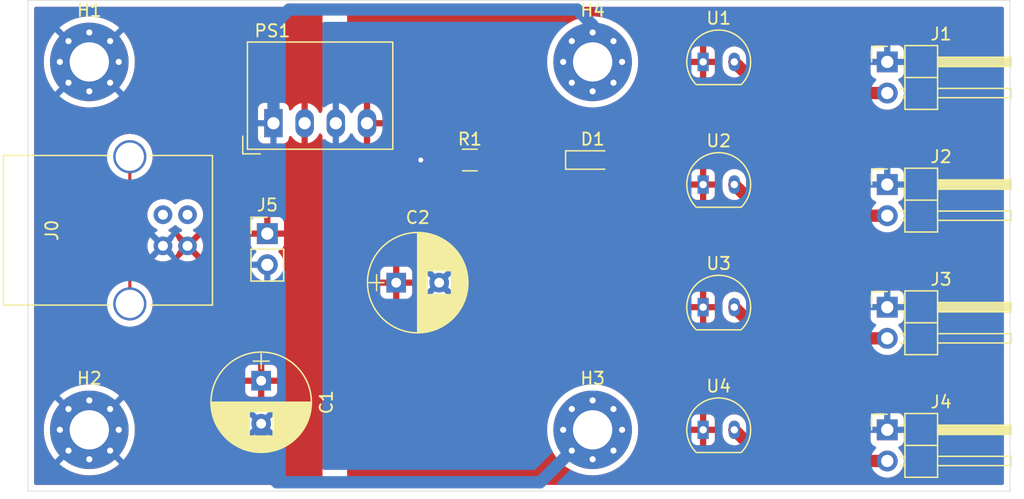
<source format=kicad_pcb>
(kicad_pcb (version 20211014) (generator pcbnew)
  (layers (0 "F.Cu" signal) (31 "B.Cu" signal) (34 "B.Paste" user) (35 "F.Paste" user) (36 "B.SilkS" user "B.Silkscreen") (37 "F.SilkS" user "F.Silkscreen") (38 "B.Mask" user) (39 "F.Mask" user) (44 "Edge.Cuts" user))
  (net 0 "")
  (net 1 "+5V")
  (net 2 "GND1")
  (net 3 "+24V")
  (net 4 "GND")
  (net 5 "Net-(D1-Pad1)")
  (net 6 "Net-(J1-Pad2)")
  (net 7 "Net-(J2-Pad2)")
  (net 8 "Net-(J3-Pad2)")
  (net 9 "Net-(J4-Pad2)")
  (net 12 "unconnected-(J0-Pad5)")
  (footprint "Capacitors_THT:CP_Radial_D8.0mm_P3.50mm" (layer "F.Cu") (at 99 106 -90)
    (fp_text reference "C1" (at 1.75 -5.31 90) (layer "F.SilkS"))
    (fp_text value "CP1_Small")
    (fp_line (start 4.231 0.98) (end 4.231 3.213) (layer "F.SilkS") (width 0.12))
    (fp_line (start 3.071 -3.832) (end 3.071 -0.98) (layer "F.SilkS") (width 0.12))
    (fp_line (start 5.351 -1.902) (end 5.351 1.902) (layer "F.SilkS") (width 0.12))
    (fp_line (start 2.27 -4.017) (end 2.27 4.017) (layer "F.SilkS") (width 0.12))
    (fp_line (start 3.871 0.98) (end 3.871 3.458) (layer "F.SilkS") (width 0.12))
    (fp_line (start 3.151 0.98) (end 3.151 3.803) (layer "F.SilkS") (width 0.12))
    (fp_line (start 1.75 -4.05) (end 1.75 4.05) (layer "F.SilkS") (width 0.12))
    (fp_line (start 2.511 -3.979) (end 2.511 3.979) (layer "F.SilkS") (width 0.12))
    (fp_line (start 3.911 -3.434) (end 3.911 -0.98) (layer "F.SilkS") (width 0.12))
    (fp_line (start 2.671 -3.946) (end 2.671 -0.98) (layer "F.SilkS") (width 0.12))
    (fp_line (start 2.31 -4.012) (end 2.31 4.012) (layer "F.SilkS") (width 0.12))
    (fp_line (start 3.271 0.98) (end 3.271 3.758) (layer "F.SilkS") (width 0.12))
    (fp_line (start 2.15 -4.031) (end 2.15 4.031) (layer "F.SilkS") (width 0.12))
    (fp_line (start 3.071 0.98) (end 3.071 3.832) (layer "F.SilkS") (width 0.12))
    (fp_line (start 1.83 -4.05) (end 1.83 4.05) (layer "F.SilkS") (width 0.12))
    (fp_line (start 3.551 -3.633) (end 3.551 -0.98) (layer "F.SilkS") (width 0.12))
    (fp_line (start 3.351 -3.725) (end 3.351 -0.98) (layer "F.SilkS") (width 0.12))
    (fp_line (start 4.391 -3.084) (end 4.391 -0.98) (layer "F.SilkS") (width 0.12))
    (fp_line (start 1.95 -4.046) (end 1.95 4.046) (layer "F.SilkS") (width 0.12))
    (fp_line (start 3.191 0.98) (end 3.191 3.789) (layer "F.SilkS") (width 0.12))
    (fp_line (start 3.511 0.98) (end 3.511 3.652) (layer "F.SilkS") (width 0.12))
    (fp_line (start 4.031 -3.356) (end 4.031 -0.98) (layer "F.SilkS") (width 0.12))
    (fp_line (start 3.271 -3.758) (end 3.271 -0.98) (layer "F.SilkS") (width 0.12))
    (fp_line (start 3.791 -3.505) (end 3.791 -0.98) (layer "F.SilkS") (width 0.12))
    (fp_line (start 3.351 0.98) (end 3.351 3.725) (layer "F.SilkS") (width 0.12))
    (fp_line (start 5.671 -1.127) (end 5.671 1.127) (layer "F.SilkS") (width 0.12))
    (fp_line (start 3.591 0.98) (end 3.591 3.613) (layer "F.SilkS") (width 0.12))
    (fp_line (start 4.751 -2.74) (end 4.751 2.74) (layer "F.SilkS") (width 0.12))
    (fp_line (start 3.831 0.98) (end 3.831 3.482) (layer "F.SilkS") (width 0.12))
    (fp_line (start 2.23 -4.022) (end 2.23 4.022) (layer "F.SilkS") (width 0.12))
    (fp_line (start 4.391 0.98) (end 4.391 3.084) (layer "F.SilkS") (width 0.12))
    (fp_line (start 4.031 0.98) (end 4.031 3.356) (layer "F.SilkS") (width 0.12))
    (fp_line (start 3.871 -3.458) (end 3.871 -0.98) (layer "F.SilkS") (width 0.12))
    (fp_line (start 2.791 0.98) (end 2.791 3.916) (layer "F.SilkS") (width 0.12))
    (fp_line (start 5.031 -2.404) (end 5.031 2.404) (layer "F.SilkS") (width 0.12))
    (fp_line (start 3.671 -3.572) (end 3.671 -0.98) (layer "F.SilkS") (width 0.12))
    (fp_line (start 5.551 -1.473) (end 5.551 1.473) (layer "F.SilkS") (width 0.12))
    (fp_line (start 4.151 -3.272) (end 4.151 -0.98) (layer "F.SilkS") (width 0.12))
    (fp_line (start 2.551 0.98) (end 2.551 3.971) (layer "F.SilkS") (width 0.12))
    (fp_line (start 2.831 0.98) (end 2.831 3.905) (layer "F.SilkS") (width 0.12))
    (fp_line (start 5.791 -0.598) (end 5.791 0.598) (layer "F.SilkS") (width 0.12))
    (fp_line (start 2.591 0.98) (end 2.591 3.963) (layer "F.SilkS") (width 0.12))
    (fp_line (start 1.91 -4.047) (end 1.91 4.047) (layer "F.SilkS") (width 0.12))
    (fp_line (start 4.311 0.98) (end 4.311 3.15) (layer "F.SilkS") (width 0.12))
    (fp_line (start 3.951 0.98) (end 3.951 3.408) (layer "F.SilkS") (width 0.12))
    (fp_line (start 2.871 0.98) (end 2.871 3.894) (layer "F.SilkS") (width 0.12))
    (fp_line (start 2.831 -3.905) (end 2.831 -0.98) (layer "F.SilkS") (width 0.12))
    (fp_line (start 3.551 0.98) (end 3.551 3.633) (layer "F.SilkS") (width 0.12))
    (fp_line (start 5.511 -1.57) (end 5.511 1.57) (layer "F.SilkS") (width 0.12))
    (fp_line (start 2.991 0.98) (end 2.991 3.858) (layer "F.SilkS") (width 0.12))
    (fp_line (start 5.231 -2.109) (end 5.231 2.109) (layer "F.SilkS") (width 0.12))
    (fp_line (start 5.391 -1.826) (end 5.391 1.826) (layer "F.SilkS") (width 0.12))
    (fp_line (start 2.991 -3.858) (end 2.991 -0.98) (layer "F.SilkS") (width 0.12))
    (fp_line (start 2.631 -3.955) (end 2.631 -0.98) (layer "F.SilkS") (width 0.12))
    (fp_line (start 1.87 -4.049) (end 1.87 4.049) (layer "F.SilkS") (width 0.12))
    (fp_line (start 4.511 -2.979) (end 4.511 2.979) (layer "F.SilkS") (width 0.12))
    (fp_line (start 4.471 0.98) (end 4.471 3.015) (layer "F.SilkS") (width 0.12))
    (fp_line (start 4.311 -3.15) (end 4.311 -0.98) (layer "F.SilkS") (width 0.12))
    (fp_line (start 3.711 -3.55) (end 3.711 -0.98) (layer "F.SilkS") (width 0.12))
    (fp_line (start 1.99 -4.043) (end 1.99 4.043) (layer "F.SilkS") (width 0.12))
    (fp_line (start 2.871 -3.894) (end 2.871 -0.98) (layer "F.SilkS") (width 0.12))
    (fp_line (start 4.351 -3.118) (end 4.351 -0.98) (layer "F.SilkS") (width 0.12))
    (fp_line (start 4.271 0.98) (end 4.271 3.182) (layer "F.SilkS") (width 0.12))
    (fp_line (start 3.031 0.98) (end 3.031 3.845) (layer "F.SilkS") (width 0.12))
    (fp_line (start 3.511 -3.652) (end 3.511 -0.98) (layer "F.SilkS") (width 0.12))
    (fp_line (start 2.39 -4) (end 2.39 4) (layer "F.SilkS") (width 0.12))
    (fp_line (start 5.631 -1.254) (end 5.631 1.254) (layer "F.SilkS") (width 0.12))
    (fp_line (start 2.751 0.98) (end 2.751 3.926) (layer "F.SilkS") (width 0.12))
    (fp_line (start 2.671 0.98) (end 2.671 3.946) (layer "F.SilkS") (width 0.12))
    (fp_line (start 4.151 0.98) (end 4.151 3.272) (layer "F.SilkS") (width 0.12))
    (fp_line (start 3.391 0.98) (end 3.391 3.707) (layer "F.SilkS") (width 0.12))
    (fp_line (start 4.351 0.98) (end 4.351 3.118) (layer "F.SilkS") (width 0.12))
    (fp_line (start 4.431 0.98) (end 4.431 3.05) (layer "F.SilkS") (width 0.12))
    (fp_line (start 4.671 -2.824) (end 4.671 2.824) (layer "F.SilkS") (width 0.12))
    (fp_line (start 5.071 -2.349) (end 5.071 2.349) (layer "F.SilkS") (width 0.12))
    (fp_line (start 3.991 0.98) (end 3.991 3.383) (layer "F.SilkS") (width 0.12))
    (fp_line (start 5.191 -2.173) (end 5.191 2.173) (layer "F.SilkS") (width 0.12))
    (fp_line (start 2.631 0.98) (end 2.631 3.955) (layer "F.SilkS") (width 0.12))
    (fp_line (start 2.43 -3.994) (end 2.43 3.994) (layer "F.SilkS") (width 0.12))
    (fp_line (start 2.751 -3.926) (end 2.751 -0.98) (layer "F.SilkS") (width 0.12))
    (fp_line (start 3.631 0.98) (end 3.631 3.593) (layer "F.SilkS") (width 0.12))
    (fp_line (start 3.951 -3.408) (end 3.951 -0.98) (layer "F.SilkS") (width 0.12))
    (fp_line (start 3.471 0.98) (end 3.471 3.671) (layer "F.SilkS") (width 0.12))
    (fp_line (start 5.151 -2.234) (end 5.151 2.234) (layer "F.SilkS") (width 0.12))
    (fp_line (start 2.591 -3.963) (end 2.591 -0.98) (layer "F.SilkS") (width 0.12))
    (fp_line (start 3.151 -3.803) (end 3.151 -0.98) (layer "F.SilkS") (width 0.12))
    (fp_line (start 3.231 -3.773) (end 3.231 -0.98) (layer "F.SilkS") (width 0.12))
    (fp_line (start 4.111 -3.301) (end 4.111 -0.98) (layer "F.SilkS") (width 0.12))
    (fp_line (start 3.111 -3.818) (end 3.111 -0.98) (layer "F.SilkS") (width 0.12))
    (fp_line (start 4.711 -2.783) (end 4.711 2.783) (layer "F.SilkS") (width 0.12))
    (fp_line (start 3.711 0.98) (end 3.711 3.55) (layer "F.SilkS") (width 0.12))
    (fp_line (start 4.991 -2.457) (end 4.991 2.457) (layer "F.SilkS") (width 0.12))
    (fp_line (start 4.831 -2.652) (end 4.831 2.652) (layer "F.SilkS") (width 0.12))
    (fp_line (start 3.391 -3.707) (end 3.391 -0.98) (layer "F.SilkS") (width 0.12))
    (fp_line (start 1.79 -4.05) (end 1.79 4.05) (layer "F.SilkS") (width 0.12))
    (fp_line (start 2.911 -3.883) (end 2.911 -0.98) (layer "F.SilkS") (width 0.12))
    (fp_line (start 3.751 0.98) (end 3.751 3.528) (layer "F.SilkS") (width 0.12))
    (fp_line (start 5.111 -2.293) (end 5.111 2.293) (layer "F.SilkS") (width 0.12))
    (fp_line (start 2.11 -4.035) (end 2.11 4.035) (layer "F.SilkS") (width 0.12))
    (fp_line (start -1.6 -0.65) (end -1.6 0.65) (layer "F.SilkS") (width 0.12))
    (fp_line (start 4.111 0.98) (end 4.111 3.301) (layer "F.SilkS") (width 0.12))
    (fp_line (start 3.111 0.98) (end 3.111 3.818) (layer "F.SilkS") (width 0.12))
    (fp_line (start 2.471 -3.987) (end 2.471 3.987) (layer "F.SilkS") (width 0.12))
    (fp_line (start 4.231 -3.213) (end 4.231 -0.98) (layer "F.SilkS") (width 0.12))
    (fp_line (start 4.591 -2.904) (end 4.591 2.904) (layer "F.SilkS") (width 0.12))
    (fp_line (start 5.591 -1.369) (end 5.591 1.369) (layer "F.SilkS") (width 0.12))
    (fp_line (start 3.231 0.98) (end 3.231 3.773) (layer "F.SilkS") (width 0.12))
    (fp_line (start 3.031 -3.845) (end 3.031 -0.98) (layer "F.SilkS") (width 0.12))
    (fp_line (start 2.35 -4.006) (end 2.35 4.006) (layer "F.SilkS") (width 0.12))
    (fp_line (start 5.831 -0.246) (end 5.831 0.246) (layer "F.SilkS") (width 0.12))
    (fp_line (start 4.071 -3.329) (end 4.071 -0.98) (layer "F.SilkS") (width 0.12))
    (fp_line (start 4.471 -3.015) (end 4.471 -0.98) (layer "F.SilkS") (width 0.12))
    (fp_line (start 3.431 -3.69) (end 3.431 -0.98) (layer "F.SilkS") (width 0.12))
    (fp_line (start 2.551 -3.971) (end 2.551 -0.98) (layer "F.SilkS") (width 0.12))
    (fp_line (start 4.911 -2.557) (end 4.911 2.557) (layer "F.SilkS") (width 0.12))
    (fp_line (start 4.951 -2.508) (end 4.951 2.508) (layer "F.SilkS") (width 0.12))
    (fp_line (start 3.911 0.98) (end 3.911 3.434) (layer "F.SilkS") (width 0.12))
    (fp_line (start 2.791 -3.916) (end 2.791 -0.98) (layer "F.SilkS") (width 0.12))
    (fp_line (start 5.751 -0.814) (end 5.751 0.814) (layer "F.SilkS") (width 0.12))
    (fp_line (start 3.431 0.98) (end 3.431 3.69) (layer "F.SilkS") (width 0.12))
    (fp_line (start 4.551 -2.942) (end 4.551 2.942) (layer "F.SilkS") (width 0.12))
    (fp_line (start 3.671 0.98) (end 3.671 3.572) (layer "F.SilkS") (width 0.12))
    (fp_line (start 4.191 -3.243) (end 4.191 -0.98) (layer "F.SilkS") (width 0.12))
    (fp_line (start 2.711 0.98) (end 2.711 3.936) (layer "F.SilkS") (width 0.12))
    (fp_line (start 4.631 -2.865) (end 4.631 2.865) (layer "F.SilkS") (width 0.12))
    (fp_line (start 2.03 -4.041) (end 2.03 4.041) (layer "F.SilkS") (width 0.12))
    (fp_line (start 5.271 -2.043) (end 5.271 2.043) (layer "F.SilkS") (width 0.12))
    (fp_line (start 2.19 -4.027) (end 2.19 4.027) (layer "F.SilkS") (width 0.12))
    (fp_line (start 4.071 0.98) (end 4.071 3.329) (layer "F.SilkS") (width 0.12))
    (fp_line (start 3.311 -3.741) (end 3.311 -0.98) (layer "F.SilkS") (width 0.12))
    (fp_line (start -2.2 0) (end -1 0) (layer "F.SilkS") (width 0.12))
    (fp_line (start 3.991 -3.383) (end 3.991 -0.98) (layer "F.SilkS") (width 0.12))
    (fp_line (start 4.271 -3.182) (end 4.271 -0.98) (layer "F.SilkS") (width 0.12))
    (fp_line (start 3.831 -3.482) (end 3.831 -0.98) (layer "F.SilkS") (width 0.12))
    (fp_line (start 2.951 0.98) (end 2.951 3.87) (layer "F.SilkS") (width 0.12))
    (fp_line (start 3.191 -3.789) (end 3.191 -0.98) (layer "F.SilkS") (width 0.12))
    (fp_line (start 4.191 0.98) (end 4.191 3.243) (layer "F.SilkS") (width 0.12))
    (fp_line (start 3.631 -3.593) (end 3.631 -0.98) (layer "F.SilkS") (width 0.12))
    (fp_line (start 2.07 -4.038) (end 2.07 4.038) (layer "F.SilkS") (width 0.12))
    (fp_line (start 5.431 -1.745) (end 5.431 1.745) (layer "F.SilkS") (width 0.12))
    (fp_line (start 3.791 0.98) (end 3.791 3.505) (layer "F.SilkS") (width 0.12))
    (fp_line (start 3.751 -3.528) (end 3.751 -0.98) (layer "F.SilkS") (width 0.12))
    (fp_line (start 2.951 -3.87) (end 2.951 -0.98) (layer "F.SilkS") (width 0.12))
    (fp_line (start 3.311 0.98) (end 3.311 3.741) (layer "F.SilkS") (width 0.12))
    (fp_line (start 5.711 -0.983) (end 5.711 0.983) (layer "F.SilkS") (width 0.12))
    (fp_line (start 4.791 -2.697) (end 4.791 2.697) (layer "F.SilkS") (width 0.12))
    (fp_line (start 4.871 -2.605) (end 4.871 2.605) (layer "F.SilkS") (width 0.12))
    (fp_line (start 2.711 -3.936) (end 2.711 -0.98) (layer "F.SilkS") (width 0.12))
    (fp_line (start 3.471 -3.671) (end 3.471 -0.98) (layer "F.SilkS") (width 0.12))
    (fp_line (start 2.911 0.98) (end 2.911 3.883) (layer "F.SilkS") (width 0.12))
    (fp_line (start 4.431 -3.05) (end 4.431 -0.98) (layer "F.SilkS") (width 0.12))
    (fp_line (start 5.471 -1.66) (end 5.471 1.66) (layer "F.SilkS") (width 0.12))
    (fp_line (start 5.311 -1.974) (end 5.311 1.974) (layer "F.SilkS") (width 0.12))
    (fp_line (start 3.591 -3.613) (end 3.591 -0.98) (layer "F.SilkS") (width 0.12))
    (fp_circle (center 1.75 0) (end 5.84 0) (layer "F.SilkS") (width 0.12) (fill none))
    (pad "1" thru_hole rect locked (at 0 0 270) (size 1.6 1.6) (drill 0.8) (layers *.Cu *.Mask) (net 1 "+5V"))
    (pad "2" thru_hole circle locked (at 3.5 0 270) (size 1.6 1.6) (drill 0.8) (layers *.Cu *.Mask) (net 2 "GND1"))
  )
  (footprint "Capacitors_THT:CP_Radial_D8.0mm_P3.50mm" (layer "F.Cu") (at 110 98)
    (fp_text reference "C2" (at 1.75 -5.31) (layer "F.SilkS"))
    (fp_text value "CP1_Small")
    (fp_line (start 4.791 -2.697) (end 4.791 2.697) (layer "F.SilkS") (width 0.12))
    (fp_line (start 4.591 -2.904) (end 4.591 2.904) (layer "F.SilkS") (width 0.12))
    (fp_line (start 1.83 -4.05) (end 1.83 4.05) (layer "F.SilkS") (width 0.12))
    (fp_line (start 4.751 -2.74) (end 4.751 2.74) (layer "F.SilkS") (width 0.12))
    (fp_line (start 1.99 -4.043) (end 1.99 4.043) (layer "F.SilkS") (width 0.12))
    (fp_line (start 4.351 -3.118) (end 4.351 -0.98) (layer "F.SilkS") (width 0.12))
    (fp_line (start 2.43 -3.994) (end 2.43 3.994) (layer "F.SilkS") (width 0.12))
    (fp_line (start 2.35 -4.006) (end 2.35 4.006) (layer "F.SilkS") (width 0.12))
    (fp_line (start 3.231 -3.773) (end 3.231 -0.98) (layer "F.SilkS") (width 0.12))
    (fp_line (start 5.631 -1.254) (end 5.631 1.254) (layer "F.SilkS") (width 0.12))
    (fp_line (start -2.2 0) (end -1 0) (layer "F.SilkS") (width 0.12))
    (fp_line (start 3.311 -3.741) (end 3.311 -0.98) (layer "F.SilkS") (width 0.12))
    (fp_line (start 4.551 -2.942) (end 4.551 2.942) (layer "F.SilkS") (width 0.12))
    (fp_line (start 2.751 -3.926) (end 2.751 -0.98) (layer "F.SilkS") (width 0.12))
    (fp_line (start 2.711 0.98) (end 2.711 3.936) (layer "F.SilkS") (width 0.12))
    (fp_line (start 2.991 0.98) (end 2.991 3.858) (layer "F.SilkS") (width 0.12))
    (fp_line (start 5.591 -1.369) (end 5.591 1.369) (layer "F.SilkS") (width 0.12))
    (fp_line (start -1.6 -0.65) (end -1.6 0.65) (layer "F.SilkS") (width 0.12))
    (fp_line (start 4.151 -3.272) (end 4.151 -0.98) (layer "F.SilkS") (width 0.12))
    (fp_line (start 2.871 0.98) (end 2.871 3.894) (layer "F.SilkS") (width 0.12))
    (fp_line (start 4.031 -3.356) (end 4.031 -0.98) (layer "F.SilkS") (width 0.12))
    (fp_line (start 4.231 -3.213) (end 4.231 -0.98) (layer "F.SilkS") (width 0.12))
    (fp_line (start 2.631 -3.955) (end 2.631 -0.98) (layer "F.SilkS") (width 0.12))
    (fp_line (start 2.951 -3.87) (end 2.951 -0.98) (layer "F.SilkS") (width 0.12))
    (fp_line (start 5.711 -0.983) (end 5.711 0.983) (layer "F.SilkS") (width 0.12))
    (fp_line (start 4.991 -2.457) (end 4.991 2.457) (layer "F.SilkS") (width 0.12))
    (fp_line (start 3.831 -3.482) (end 3.831 -0.98) (layer "F.SilkS") (width 0.12))
    (fp_line (start 4.671 -2.824) (end 4.671 2.824) (layer "F.SilkS") (width 0.12))
    (fp_line (start 3.591 0.98) (end 3.591 3.613) (layer "F.SilkS") (width 0.12))
    (fp_line (start 3.071 0.98) (end 3.071 3.832) (layer "F.SilkS") (width 0.12))
    (fp_line (start 3.751 0.98) (end 3.751 3.528) (layer "F.SilkS") (width 0.12))
    (fp_line (start 4.191 -3.243) (end 4.191 -0.98) (layer "F.SilkS") (width 0.12))
    (fp_line (start 3.671 0.98) (end 3.671 3.572) (layer "F.SilkS") (width 0.12))
    (fp_line (start 2.791 -3.916) (end 2.791 -0.98) (layer "F.SilkS") (width 0.12))
    (fp_line (start 3.631 0.98) (end 3.631 3.593) (layer "F.SilkS") (width 0.12))
    (fp_line (start 5.751 -0.814) (end 5.751 0.814) (layer "F.SilkS") (width 0.12))
    (fp_line (start 2.791 0.98) (end 2.791 3.916) (layer "F.SilkS") (width 0.12))
    (fp_line (start 4.311 -3.15) (end 4.311 -0.98) (layer "F.SilkS") (width 0.12))
    (fp_line (start 2.631 0.98) (end 2.631 3.955) (layer "F.SilkS") (width 0.12))
    (fp_line (start 4.431 -3.05) (end 4.431 -0.98) (layer "F.SilkS") (width 0.12))
    (fp_line (start 3.391 -3.707) (end 3.391 -0.98) (layer "F.SilkS") (width 0.12))
    (fp_line (start 2.511 -3.979) (end 2.511 3.979) (layer "F.SilkS") (width 0.12))
    (fp_line (start 1.91 -4.047) (end 1.91 4.047) (layer "F.SilkS") (width 0.12))
    (fp_line (start 5.151 -2.234) (end 5.151 2.234) (layer "F.SilkS") (width 0.12))
    (fp_line (start 3.871 -3.458) (end 3.871 -0.98) (layer "F.SilkS") (width 0.12))
    (fp_line (start 3.311 0.98) (end 3.311 3.741) (layer "F.SilkS") (width 0.12))
    (fp_line (start 2.11 -4.035) (end 2.11 4.035) (layer "F.SilkS") (width 0.12))
    (fp_line (start 3.071 -3.832) (end 3.071 -0.98) (layer "F.SilkS") (width 0.12))
    (fp_line (start 5.071 -2.349) (end 5.071 2.349) (layer "F.SilkS") (width 0.12))
    (fp_line (start 2.31 -4.012) (end 2.31 4.012) (layer "F.SilkS") (width 0.12))
    (fp_line (start 4.831 -2.652) (end 4.831 2.652) (layer "F.SilkS") (width 0.12))
    (fp_line (start 3.871 0.98) (end 3.871 3.458) (layer "F.SilkS") (width 0.12))
    (fp_line (start 2.911 0.98) (end 2.911 3.883) (layer "F.SilkS") (width 0.12))
    (fp_line (start 3.951 -3.408) (end 3.951 -0.98) (layer "F.SilkS") (width 0.12))
    (fp_line (start 3.471 0.98) (end 3.471 3.671) (layer "F.SilkS") (width 0.12))
    (fp_line (start 2.591 0.98) (end 2.591 3.963) (layer "F.SilkS") (width 0.12))
    (fp_line (start 4.871 -2.605) (end 4.871 2.605) (layer "F.SilkS") (width 0.12))
    (fp_line (start 2.551 0.98) (end 2.551 3.971) (layer "F.SilkS") (width 0.12))
    (fp_line (start 3.431 0.98) (end 3.431 3.69) (layer "F.SilkS") (width 0.12))
    (fp_line (start 4.271 0.98) (end 4.271 3.182) (layer "F.SilkS") (width 0.12))
    (fp_line (start 2.831 0.98) (end 2.831 3.905) (layer "F.SilkS") (width 0.12))
    (fp_line (start 3.911 -3.434) (end 3.911 -0.98) (layer "F.SilkS") (width 0.12))
    (fp_line (start 3.151 0.98) (end 3.151 3.803) (layer "F.SilkS") (width 0.12))
    (fp_line (start 2.711 -3.936) (end 2.711 -0.98) (layer "F.SilkS") (width 0.12))
    (fp_line (start 2.551 -3.971) (end 2.551 -0.98) (layer "F.SilkS") (width 0.12))
    (fp_line (start 3.991 -3.383) (end 3.991 -0.98) (layer "F.SilkS") (width 0.12))
    (fp_line (start 1.75 -4.05) (end 1.75 4.05) (layer "F.SilkS") (width 0.12))
    (fp_line (start 3.191 -3.789) (end 3.191 -0.98) (layer "F.SilkS") (width 0.12))
    (fp_line (start 1.87 -4.049) (end 1.87 4.049) (layer "F.SilkS") (width 0.12))
    (fp_line (start 3.511 -3.652) (end 3.511 -0.98) (layer "F.SilkS") (width 0.12))
    (fp_line (start 4.311 0.98) (end 4.311 3.15) (layer "F.SilkS") (width 0.12))
    (fp_line (start 3.631 -3.593) (end 3.631 -0.98) (layer "F.SilkS") (width 0.12))
    (fp_line (start 2.19 -4.027) (end 2.19 4.027) (layer "F.SilkS") (width 0.12))
    (fp_line (start 3.471 -3.671) (end 3.471 -0.98) (layer "F.SilkS") (width 0.12))
    (fp_line (start 2.591 -3.963) (end 2.591 -0.98) (layer "F.SilkS") (width 0.12))
    (fp_line (start 3.271 0.98) (end 3.271 3.758) (layer "F.SilkS") (width 0.12))
    (fp_line (start 3.591 -3.613) (end 3.591 -0.98) (layer "F.SilkS") (width 0.12))
    (fp_line (start 3.551 0.98) (end 3.551 3.633) (layer "F.SilkS") (width 0.12))
    (fp_line (start 2.15 -4.031) (end 2.15 4.031) (layer "F.SilkS") (width 0.12))
    (fp_line (start 5.271 -2.043) (end 5.271 2.043) (layer "F.SilkS") (width 0.12))
    (fp_line (start 4.511 -2.979) (end 4.511 2.979) (layer "F.SilkS") (width 0.12))
    (fp_line (start 5.191 -2.173) (end 5.191 2.173) (layer "F.SilkS") (width 0.12))
    (fp_line (start 3.351 -3.725) (end 3.351 -0.98) (layer "F.SilkS") (width 0.12))
    (fp_line (start 1.95 -4.046) (end 1.95 4.046) (layer "F.SilkS") (width 0.12))
    (fp_line (start 5.311 -1.974) (end 5.311 1.974) (layer "F.SilkS") (width 0.12))
    (fp_line (start 4.951 -2.508) (end 4.951 2.508) (layer "F.SilkS") (width 0.12))
    (fp_line (start 5.471 -1.66) (end 5.471 1.66) (layer "F.SilkS") (width 0.12))
    (fp_line (start 4.071 -3.329) (end 4.071 -0.98) (layer "F.SilkS") (width 0.12))
    (fp_line (start 3.191 0.98) (end 3.191 3.789) (layer "F.SilkS") (width 0.12))
    (fp_line (start 3.911 0.98) (end 3.911 3.434) (layer "F.SilkS") (width 0.12))
    (fp_line (start 2.39 -4) (end 2.39 4) (layer "F.SilkS") (width 0.12))
    (fp_line (start 4.271 -3.182) (end 4.271 -0.98) (layer "F.SilkS") (width 0.12))
    (fp_line (start 5.391 -1.826) (end 5.391 1.826) (layer "F.SilkS") (width 0.12))
    (fp_line (start 5.351 -1.902) (end 5.351 1.902) (layer "F.SilkS") (width 0.12))
    (fp_line (start 3.711 0.98) (end 3.711 3.55) (layer "F.SilkS") (width 0.12))
    (fp_line (start 3.751 -3.528) (end 3.751 -0.98) (layer "F.SilkS") (width 0.12))
    (fp_line (start 2.871 -3.894) (end 2.871 -0.98) (layer "F.SilkS") (width 0.12))
    (fp_line (start 4.471 -3.015) (end 4.471 -0.98) (layer "F.SilkS") (width 0.12))
    (fp_line (start 4.711 -2.783) (end 4.711 2.783) (layer "F.SilkS") (width 0.12))
    (fp_line (start 2.23 -4.022) (end 2.23 4.022) (layer "F.SilkS") (width 0.12))
    (fp_line (start 5.231 -2.109) (end 5.231 2.109) (layer "F.SilkS") (width 0.12))
    (fp_line (start 4.111 -3.301) (end 4.111 -0.98) (layer "F.SilkS") (width 0.12))
    (fp_line (start 4.191 0.98) (end 4.191 3.243) (layer "F.SilkS") (width 0.12))
    (fp_line (start 3.391 0.98) (end 3.391 3.707) (layer "F.SilkS") (width 0.12))
    (fp_line (start 3.431 -3.69) (end 3.431 -0.98) (layer "F.SilkS") (width 0.12))
    (fp_line (start 2.751 0.98) (end 2.751 3.926) (layer "F.SilkS") (width 0.12))
    (fp_line (start 2.471 -3.987) (end 2.471 3.987) (layer "F.SilkS") (width 0.12))
    (fp_line (start 4.911 -2.557) (end 4.911 2.557) (layer "F.SilkS") (width 0.12))
    (fp_line (start 2.03 -4.041) (end 2.03 4.041) (layer "F.SilkS") (width 0.12))
    (fp_line (start 2.07 -4.038) (end 2.07 4.038) (layer "F.SilkS") (width 0.12))
    (fp_line (start 3.791 -3.505) (end 3.791 -0.98) (layer "F.SilkS") (width 0.12))
    (fp_line (start 2.951 0.98) (end 2.951 3.87) (layer "F.SilkS") (width 0.12))
    (fp_line (start 4.071 0.98) (end 4.071 3.329) (layer "F.SilkS") (width 0.12))
    (fp_line (start 5.511 -1.57) (end 5.511 1.57) (layer "F.SilkS") (width 0.12))
    (fp_line (start 4.631 -2.865) (end 4.631 2.865) (layer "F.SilkS") (width 0.12))
    (fp_line (start 3.031 -3.845) (end 3.031 -0.98) (layer "F.SilkS") (width 0.12))
    (fp_line (start 5.111 -2.293) (end 5.111 2.293) (layer "F.SilkS") (width 0.12))
    (fp_line (start 3.791 0.98) (end 3.791 3.505) (layer "F.SilkS") (width 0.12))
    (fp_line (start 3.351 0.98) (end 3.351 3.725) (layer "F.SilkS") (width 0.12))
    (fp_line (start 4.431 0.98) (end 4.431 3.05) (layer "F.SilkS") (width 0.12))
    (fp_line (start 2.671 0.98) (end 2.671 3.946) (layer "F.SilkS") (width 0.12))
    (fp_line (start 2.27 -4.017) (end 2.27 4.017) (layer "F.SilkS") (width 0.12))
    (fp_line (start 2.991 -3.858) (end 2.991 -0.98) (layer "F.SilkS") (width 0.12))
    (fp_line (start 4.471 0.98) (end 4.471 3.015) (layer "F.SilkS") (width 0.12))
    (fp_line (start 5.791 -0.598) (end 5.791 0.598) (layer "F.SilkS") (width 0.12))
    (fp_line (start 3.231 0.98) (end 3.231 3.773) (layer "F.SilkS") (width 0.12))
    (fp_line (start 2.831 -3.905) (end 2.831 -0.98) (layer "F.SilkS") (width 0.12))
    (fp_line (start 2.911 -3.883) (end 2.911 -0.98) (layer "F.SilkS") (width 0.12))
    (fp_line (start 4.391 -3.084) (end 4.391 -0.98) (layer "F.SilkS") (width 0.12))
    (fp_line (start 3.671 -3.572) (end 3.671 -0.98) (layer "F.SilkS") (width 0.12))
    (fp_line (start 3.831 0.98) (end 3.831 3.482) (layer "F.SilkS") (width 0.12))
    (fp_line (start 3.031 0.98) (end 3.031 3.845) (layer "F.SilkS") (width 0.12))
    (fp_line (start 1.79 -4.05) (end 1.79 4.05) (layer "F.SilkS") (width 0.12))
    (fp_line (start 4.351 0.98) (end 4.351 3.118) (layer "F.SilkS") (width 0.12))
    (fp_line (start 3.511 0.98) (end 3.511 3.652) (layer "F.SilkS") (width 0.12))
    (fp_line (start 3.951 0.98) (end 3.951 3.408) (layer "F.SilkS") (width 0.12))
    (fp_line (start 3.151 -3.803) (end 3.151 -0.98) (layer "F.SilkS") (width 0.12))
    (fp_line (start 5.551 -1.473) (end 5.551 1.473) (layer "F.SilkS") (width 0.12))
    (fp_line (start 3.111 0.98) (end 3.111 3.818) (layer "F.SilkS") (width 0.12))
    (fp_line (start 5.671 -1.127) (end 5.671 1.127) (layer "F.SilkS") (width 0.12))
    (fp_line (start 3.991 0.98) (end 3.991 3.383) (layer "F.SilkS") (width 0.12))
    (fp_line (start 4.231 0.98) (end 4.231 3.213) (layer "F.SilkS") (width 0.12))
    (fp_line (start 3.711 -3.55) (end 3.711 -0.98) (layer "F.SilkS") (width 0.12))
    (fp_line (start 3.551 -3.633) (end 3.551 -0.98) (layer "F.SilkS") (width 0.12))
    (fp_line (start 4.151 0.98) (end 4.151 3.272) (layer "F.SilkS") (width 0.12))
    (fp_line (start 5.431 -1.745) (end 5.431 1.745) (layer "F.SilkS") (width 0.12))
    (fp_line (start 5.031 -2.404) (end 5.031 2.404) (layer "F.SilkS") (width 0.12))
    (fp_line (start 2.671 -3.946) (end 2.671 -0.98) (layer "F.SilkS") (width 0.12))
    (fp_line (start 5.831 -0.246) (end 5.831 0.246) (layer "F.SilkS") (width 0.12))
    (fp_line (start 3.111 -3.818) (end 3.111 -0.98) (layer "F.SilkS") (width 0.12))
    (fp_line (start 4.031 0.98) (end 4.031 3.356) (layer "F.SilkS") (width 0.12))
    (fp_line (start 3.271 -3.758) (end 3.271 -0.98) (layer "F.SilkS") (width 0.12))
    (fp_line (start 4.391 0.98) (end 4.391 3.084) (layer "F.SilkS") (width 0.12))
    (fp_line (start 4.111 0.98) (end 4.111 3.301) (layer "F.SilkS") (width 0.12))
    (fp_circle (center 1.75 0) (end 5.84 0) (layer "F.SilkS") (width 0.12) (fill none))
    (pad "1" thru_hole rect locked (at 0 0) (size 1.6 1.6) (drill 0.8) (layers *.Cu *.Mask) (net 3 "+24V"))
    (pad "2" thru_hole circle locked (at 3.5 0) (size 1.6 1.6) (drill 0.8) (layers *.Cu *.Mask) (net 4 "GND"))
  )
  (footprint "LEDs:LED_0805_HandSoldering" (layer "F.Cu") (at 126 88)
    (fp_text reference "D1" (at 0 -1.7) (layer "F.SilkS"))
    (fp_text value "LED")
    (fp_line (start -2.2 -0.75) (end 1 -0.75) (layer "F.SilkS") (width 0.12))
    (fp_line (start -2.2 -0.75) (end -2.2 0.75) (layer "F.SilkS") (width 0.12))
    (fp_line (start 1 0.75) (end -2.2 0.75) (layer "F.SilkS") (width 0.12))
    (pad "1" smd rect locked (at -1.35 0) (size 1.5 1.3) (layers "F.Cu" "F.Paste" "F.Mask") (net 5 "Net-(D1-Pad1)"))
    (pad "2" smd rect locked (at 1.35 0) (size 1.5 1.3) (layers "F.Cu" "F.Paste" "F.Mask") (net 3 "+24V"))
  )
  (footprint "Connectors:USB_B" (layer "F.Cu") (at 93 95 180)
    (fp_text reference "J0" (at 11.05 1.27 90) (layer "F.SilkS"))
    (fp_text value "USB_B")
    (fp_line (start 6.35 7.37) (end 14.99 7.37) (layer "F.SilkS") (width 0.12))
    (fp_line (start -2.03 7.37) (end 3.05 7.37) (layer "F.SilkS") (width 0.12))
    (fp_line (start 14.99 -4.83) (end 14.99 7.37) (layer "F.SilkS") (width 0.12))
    (fp_line (start -2.03 7.37) (end -2.03 -4.83) (layer "F.SilkS") (width 0.12))
    (fp_line (start 6.35 -4.83) (end 14.99 -4.83) (layer "F.SilkS") (width 0.12))
    (fp_line (start -2.03 -4.83) (end 3.05 -4.83) (layer "F.SilkS") (width 0.12))
    (pad "1" thru_hole circle locked (at 0 0 90) (size 1.52 1.52) (drill 0.81) (layers *.Cu *.Mask) (net 1 "+5V"))
    (pad "2" thru_hole circle locked (at 0 2.54 90) (size 1.52 1.52) (drill 0.81) (layers *.Cu *.Mask))
    (pad "3" thru_hole circle locked (at 2 2.54 90) (size 1.52 1.52) (drill 0.81) (layers *.Cu *.Mask))
    (pad "4" thru_hole circle locked (at 2 0 90) (size 1.52 1.52) (drill 0.81) (layers *.Cu *.Mask) (net 2 "GND1"))
    (pad "5" thru_hole circle locked (at 4.7 7.27 90) (size 2.7 2.7) (drill 2.3) (layers *.Cu *.Mask) (net 12 "unconnected-(J0-Pad5)"))
    (pad "5" thru_hole circle locked (at 4.7 -4.73 90) (size 2.7 2.7) (drill 2.3) (layers *.Cu *.Mask) (net 12 "unconnected-(J0-Pad5)"))
  )
  (footprint "Pin_Headers:Pin_Header_Angled_1x02_Pitch2.54mm" (layer "F.Cu") (at 150 80)
    (fp_text reference "J1" (at 4.385 -2.27) (layer "F.SilkS"))
    (fp_text value "Conn_01x02_Male")
    (fp_line (start 1.44 1.27) (end 4.1 1.27) (layer "F.SilkS") (width 0.12))
    (fp_line (start 4.1 3.87) (end 4.1 -1.33) (layer "F.SilkS") (width 0.12))
    (fp_line (start -1.27 -1.27) (end 0 -1.27) (layer "F.SilkS") (width 0.12))
    (fp_line (start 10.1 0.38) (end 4.1 0.38) (layer "F.SilkS") (width 0.12))
    (fp_line (start 4.1 -1.33) (end 1.44 -1.33) (layer "F.SilkS") (width 0.12))
    (fp_line (start 4.1 0.16) (end 10.1 0.16) (layer "F.SilkS") (width 0.12))
    (fp_line (start 10.1 2.16) (end 10.1 2.92) (layer "F.SilkS") (width 0.12))
    (fp_line (start 1.042929 2.92) (end 1.44 2.92) (layer "F.SilkS") (width 0.12))
    (fp_line (start 1.11 -0.38) (end 1.44 -0.38) (layer "F.SilkS") (width 0.12))
    (fp_line (start 4.1 0.28) (end 10.1 0.28) (layer "F.SilkS") (width 0.12))
    (fp_line (start 4.1 -0.38) (end 10.1 -0.38) (layer "F.SilkS") (width 0.12))
    (fp_line (start 4.1 2.16) (end 10.1 2.16) (layer "F.SilkS") (width 0.12))
    (fp_line (start 4.1 -0.32) (end 10.1 -0.32) (layer "F.SilkS") (width 0.12))
    (fp_line (start 1.44 -1.33) (end 1.44 3.87) (layer "F.SilkS") (width 0.12))
    (fp_line (start 4.1 -0.08) (end 10.1 -0.08) (layer "F.SilkS") (width 0.12))
    (fp_line (start 10.1 -0.38) (end 10.1 0.38) (layer "F.SilkS") (width 0.12))
    (fp_line (start 1.042929 2.16) (end 1.44 2.16) (layer "F.SilkS") (width 0.12))
    (fp_line (start 4.1 -0.2) (end 10.1 -0.2) (layer "F.SilkS") (width 0.12))
    (fp_line (start 1.44 3.87) (end 4.1 3.87) (layer "F.SilkS") (width 0.12))
    (fp_line (start 4.1 0.04) (end 10.1 0.04) (layer "F.SilkS") (width 0.12))
    (fp_line (start 10.1 2.92) (end 4.1 2.92) (layer "F.SilkS") (width 0.12))
    (fp_line (start -1.27 0) (end -1.27 -1.27) (layer "F.SilkS") (width 0.12))
    (fp_line (start 1.11 0.38) (end 1.44 0.38) (layer "F.SilkS") (width 0.12))
    (pad "1" thru_hole rect locked (at 0 0) (size 1.7 1.7) (drill 1) (layers *.Cu *.Mask) (net 4 "GND"))
    (pad "2" thru_hole oval locked (at 0 2.54) (size 1.7 1.7) (drill 1) (layers *.Cu *.Mask) (net 6 "Net-(J1-Pad2)"))
  )
  (footprint "Pin_Headers:Pin_Header_Angled_1x02_Pitch2.54mm" (layer "F.Cu") (at 150 90)
    (fp_text reference "J2" (at 4.385 -2.27) (layer "F.SilkS"))
    (fp_text value "Conn_01x02_Male")
    (fp_line (start 4.1 -0.38) (end 10.1 -0.38) (layer "F.SilkS") (width 0.12))
    (fp_line (start 4.1 3.87) (end 4.1 -1.33) (layer "F.SilkS") (width 0.12))
    (fp_line (start 4.1 -0.2) (end 10.1 -0.2) (layer "F.SilkS") (width 0.12))
    (fp_line (start 1.44 1.27) (end 4.1 1.27) (layer "F.SilkS") (width 0.12))
    (fp_line (start -1.27 -1.27) (end 0 -1.27) (layer "F.SilkS") (width 0.12))
    (fp_line (start 10.1 2.92) (end 4.1 2.92) (layer "F.SilkS") (width 0.12))
    (fp_line (start 1.44 3.87) (end 4.1 3.87) (layer "F.SilkS") (width 0.12))
    (fp_line (start 4.1 0.28) (end 10.1 0.28) (layer "F.SilkS") (width 0.12))
    (fp_line (start 1.11 -0.38) (end 1.44 -0.38) (layer "F.SilkS") (width 0.12))
    (fp_line (start 10.1 2.16) (end 10.1 2.92) (layer "F.SilkS") (width 0.12))
    (fp_line (start 4.1 -0.08) (end 10.1 -0.08) (layer "F.SilkS") (width 0.12))
    (fp_line (start 10.1 0.38) (end 4.1 0.38) (layer "F.SilkS") (width 0.12))
    (fp_line (start 1.44 -1.33) (end 1.44 3.87) (layer "F.SilkS") (width 0.12))
    (fp_line (start 1.11 0.38) (end 1.44 0.38) (layer "F.SilkS") (width 0.12))
    (fp_line (start 4.1 -1.33) (end 1.44 -1.33) (layer "F.SilkS") (width 0.12))
    (fp_line (start 4.1 -0.32) (end 10.1 -0.32) (layer "F.SilkS") (width 0.12))
    (fp_line (start 4.1 0.04) (end 10.1 0.04) (layer "F.SilkS") (width 0.12))
    (fp_line (start 1.042929 2.92) (end 1.44 2.92) (layer "F.SilkS") (width 0.12))
    (fp_line (start 4.1 0.16) (end 10.1 0.16) (layer "F.SilkS") (width 0.12))
    (fp_line (start 4.1 2.16) (end 10.1 2.16) (layer "F.SilkS") (width 0.12))
    (fp_line (start -1.27 0) (end -1.27 -1.27) (layer "F.SilkS") (width 0.12))
    (fp_line (start 10.1 -0.38) (end 10.1 0.38) (layer "F.SilkS") (width 0.12))
    (fp_line (start 1.042929 2.16) (end 1.44 2.16) (layer "F.SilkS") (width 0.12))
    (pad "1" thru_hole rect locked (at 0 0) (size 1.7 1.7) (drill 1) (layers *.Cu *.Mask) (net 4 "GND"))
    (pad "2" thru_hole oval locked (at 0 2.54) (size 1.7 1.7) (drill 1) (layers *.Cu *.Mask) (net 7 "Net-(J2-Pad2)"))
  )
  (footprint "Pin_Headers:Pin_Header_Angled_1x02_Pitch2.54mm" (layer "F.Cu") (at 150 100)
    (fp_text reference "J3" (at 4.385 -2.27) (layer "F.SilkS"))
    (fp_text value "Conn_01x02_Male")
    (fp_line (start 1.44 -1.33) (end 1.44 3.87) (layer "F.SilkS") (width 0.12))
    (fp_line (start 4.1 3.87) (end 4.1 -1.33) (layer "F.SilkS") (width 0.12))
    (fp_line (start 4.1 0.04) (end 10.1 0.04) (layer "F.SilkS") (width 0.12))
    (fp_line (start 10.1 -0.38) (end 10.1 0.38) (layer "F.SilkS") (width 0.12))
    (fp_line (start 1.11 0.38) (end 1.44 0.38) (layer "F.SilkS") (width 0.12))
    (fp_line (start 1.44 1.27) (end 4.1 1.27) (layer "F.SilkS") (width 0.12))
    (fp_line (start -1.27 -1.27) (end 0 -1.27) (layer "F.SilkS") (width 0.12))
    (fp_line (start 1.042929 2.92) (end 1.44 2.92) (layer "F.SilkS") (width 0.12))
    (fp_line (start 4.1 -1.33) (end 1.44 -1.33) (layer "F.SilkS") (width 0.12))
    (fp_line (start 10.1 2.16) (end 10.1 2.92) (layer "F.SilkS") (width 0.12))
    (fp_line (start 4.1 2.16) (end 10.1 2.16) (layer "F.SilkS") (width 0.12))
    (fp_line (start 10.1 0.38) (end 4.1 0.38) (layer "F.SilkS") (width 0.12))
    (fp_line (start 4.1 -0.2) (end 10.1 -0.2) (layer "F.SilkS") (width 0.12))
    (fp_line (start 10.1 2.92) (end 4.1 2.92) (layer "F.SilkS") (width 0.12))
    (fp_line (start 4.1 0.28) (end 10.1 0.28) (layer "F.SilkS") (width 0.12))
    (fp_line (start 4.1 -0.32) (end 10.1 -0.32) (layer "F.SilkS") (width 0.12))
    (fp_line (start -1.27 0) (end -1.27 -1.27) (layer "F.SilkS") (width 0.12))
    (fp_line (start 4.1 -0.08) (end 10.1 -0.08) (layer "F.SilkS") (width 0.12))
    (fp_line (start 4.1 -0.38) (end 10.1 -0.38) (layer "F.SilkS") (width 0.12))
    (fp_line (start 1.042929 2.16) (end 1.44 2.16) (layer "F.SilkS") (width 0.12))
    (fp_line (start 1.11 -0.38) (end 1.44 -0.38) (layer "F.SilkS") (width 0.12))
    (fp_line (start 1.44 3.87) (end 4.1 3.87) (layer "F.SilkS") (width 0.12))
    (fp_line (start 4.1 0.16) (end 10.1 0.16) (layer "F.SilkS") (width 0.12))
    (pad "1" thru_hole rect locked (at 0 0) (size 1.7 1.7) (drill 1) (layers *.Cu *.Mask) (net 4 "GND"))
    (pad "2" thru_hole oval locked (at 0 2.54) (size 1.7 1.7) (drill 1) (layers *.Cu *.Mask) (net 8 "Net-(J3-Pad2)"))
  )
  (footprint "Pin_Headers:Pin_Header_Angled_1x02_Pitch2.54mm" (layer "F.Cu") (at 150 110)
    (fp_text reference "J4" (at 4.385 -2.27) (layer "F.SilkS"))
    (fp_text value "Conn_01x02_Male")
    (fp_line (start 4.1 -1.33) (end 1.44 -1.33) (layer "F.SilkS") (width 0.12))
    (fp_line (start 4.1 -0.32) (end 10.1 -0.32) (layer "F.SilkS") (width 0.12))
    (fp_line (start 1.11 0.38) (end 1.44 0.38) (layer "F.SilkS") (width 0.12))
    (fp_line (start 1.042929 2.92) (end 1.44 2.92) (layer "F.SilkS") (width 0.12))
    (fp_line (start 10.1 0.38) (end 4.1 0.38) (layer "F.SilkS") (width 0.12))
    (fp_line (start 1.44 1.27) (end 4.1 1.27) (layer "F.SilkS") (width 0.12))
    (fp_line (start 4.1 -0.08) (end 10.1 -0.08) (layer "F.SilkS") (width 0.12))
    (fp_line (start 4.1 -0.38) (end 10.1 -0.38) (layer "F.SilkS") (width 0.12))
    (fp_line (start 4.1 2.16) (end 10.1 2.16) (layer "F.SilkS") (width 0.12))
    (fp_line (start 1.44 3.87) (end 4.1 3.87) (layer "F.SilkS") (width 0.12))
    (fp_line (start 4.1 -0.2) (end 10.1 -0.2) (layer "F.SilkS") (width 0.12))
    (fp_line (start 1.042929 2.16) (end 1.44 2.16) (layer "F.SilkS") (width 0.12))
    (fp_line (start 4.1 0.16) (end 10.1 0.16) (layer "F.SilkS") (width 0.12))
    (fp_line (start -1.27 0) (end -1.27 -1.27) (layer "F.SilkS") (width 0.12))
    (fp_line (start 4.1 3.87) (end 4.1 -1.33) (layer "F.SilkS") (width 0.12))
    (fp_line (start 1.11 -0.38) (end 1.44 -0.38) (layer "F.SilkS") (width 0.12))
    (fp_line (start 10.1 2.92) (end 4.1 2.92) (layer "F.SilkS") (width 0.12))
    (fp_line (start 4.1 0.28) (end 10.1 0.28) (layer "F.SilkS") (width 0.12))
    (fp_line (start -1.27 -1.27) (end 0 -1.27) (layer "F.SilkS") (width 0.12))
    (fp_line (start 10.1 -0.38) (end 10.1 0.38) (layer "F.SilkS") (width 0.12))
    (fp_line (start 1.44 -1.33) (end 1.44 3.87) (layer "F.SilkS") (width 0.12))
    (fp_line (start 10.1 2.16) (end 10.1 2.92) (layer "F.SilkS") (width 0.12))
    (fp_line (start 4.1 0.04) (end 10.1 0.04) (layer "F.SilkS") (width 0.12))
    (pad "1" thru_hole rect locked (at 0 0) (size 1.7 1.7) (drill 1) (layers *.Cu *.Mask) (net 4 "GND"))
    (pad "2" thru_hole oval locked (at 0 2.54) (size 1.7 1.7) (drill 1) (layers *.Cu *.Mask) (net 9 "Net-(J4-Pad2)"))
  )
  (footprint "Resistors_SMD:R_0805_HandSoldering" (layer "F.Cu") (at 116 88)
    (fp_text reference "R1" (at 0 -1.7) (layer "F.SilkS"))
    (fp_text value "R_Small_US")
    (fp_line (start -0.6 -0.88) (end 0.6 -0.88) (layer "F.SilkS") (width 0.12))
    (fp_line (start 0.6 0.88) (end -0.6 0.88) (layer "F.SilkS") (width 0.12))
    (pad "1" smd rect locked (at -1.35 0) (size 1.5 1.3) (layers "F.Cu" "F.Paste" "F.Mask") (net 4 "GND"))
    (pad "2" smd rect locked (at 1.35 0) (size 1.5 1.3) (layers "F.Cu" "F.Paste" "F.Mask") (net 5 "Net-(D1-Pad1)"))
  )
  (footprint "TO_SOT_Packages_THT:TO-92-2pin_Inline_Narrow_Oval" (layer "F.Cu") (at 135 80)
    (fp_text reference "U1" (at 1.27 -3.56) (layer "F.SilkS"))
    (fp_text value "CL220N5-G")
    (fp_line (start -0.53 1.85) (end 3.07 1.85) (layer "F.SilkS") (width 0.12))
    (fp_arc (start -0.568478 1.838478) (mid -1.132087 -0.994977) (end 1.27 -2.6) (layer "F.SilkS") (width 0.12))
    (fp_arc (start 1.27 -2.6) (mid 3.672087 -0.994977) (end 3.108478 1.838478) (layer "F.SilkS") (width 0.12))
    (pad "1" thru_hole rect locked (at 0 0 180) (size 0.9 1.5) (drill 0.6) (layers *.Cu *.Mask) (net 3 "+24V"))
    (pad "2" thru_hole oval locked (at 2.54 0 180) (size 0.9 1.5) (drill 0.6) (layers *.Cu *.Mask) (net 6 "Net-(J1-Pad2)"))
  )
  (footprint "TO_SOT_Packages_THT:TO-92-2pin_Inline_Narrow_Oval" (layer "F.Cu") (at 135 90)
    (fp_text reference "U2" (at 1.27 -3.56) (layer "F.SilkS"))
    (fp_text value "CL220N5-G")
    (fp_line (start -0.53 1.85) (end 3.07 1.85) (layer "F.SilkS") (width 0.12))
    (fp_arc (start 1.27 -2.6) (mid 3.672087 -0.994977) (end 3.108478 1.838478) (layer "F.SilkS") (width 0.12))
    (fp_arc (start -0.568478 1.838478) (mid -1.132087 -0.994977) (end 1.27 -2.6) (layer "F.SilkS") (width 0.12))
    (pad "1" thru_hole rect locked (at 0 0 180) (size 0.9 1.5) (drill 0.6) (layers *.Cu *.Mask) (net 3 "+24V"))
    (pad "2" thru_hole oval locked (at 2.54 0 180) (size 0.9 1.5) (drill 0.6) (layers *.Cu *.Mask) (net 7 "Net-(J2-Pad2)"))
  )
  (footprint "TO_SOT_Packages_THT:TO-92-2pin_Inline_Narrow_Oval" (layer "F.Cu") (at 135 100)
    (fp_text reference "U3" (at 1.27 -3.56) (layer "F.SilkS"))
    (fp_text value "CL220N5-G")
    (fp_line (start -0.53 1.85) (end 3.07 1.85) (layer "F.SilkS") (width 0.12))
    (fp_arc (start -0.568478 1.838478) (mid -1.132087 -0.994977) (end 1.27 -2.6) (layer "F.SilkS") (width 0.12))
    (fp_arc (start 1.27 -2.6) (mid 3.672087 -0.994977) (end 3.108478 1.838478) (layer "F.SilkS") (width 0.12))
    (pad "1" thru_hole rect locked (at 0 0 180) (size 0.9 1.5) (drill 0.6) (layers *.Cu *.Mask) (net 3 "+24V"))
    (pad "2" thru_hole oval locked (at 2.54 0 180) (size 0.9 1.5) (drill 0.6) (layers *.Cu *.Mask) (net 8 "Net-(J3-Pad2)"))
  )
  (footprint "TO_SOT_Packages_THT:TO-92-2pin_Inline_Narrow_Oval" (layer "F.Cu") (at 135 110)
    (fp_text reference "U4" (at 1.27 -3.56) (layer "F.SilkS"))
    (fp_text value "CL220N5-G")
    (fp_line (start -0.53 1.85) (end 3.07 1.85) (layer "F.SilkS") (width 0.12))
    (fp_arc (start -0.568478 1.838478) (mid -1.132087 -0.994977) (end 1.27 -2.6) (layer "F.SilkS") (width 0.12))
    (fp_arc (start 1.27 -2.6) (mid 3.672087 -0.994977) (end 3.108478 1.838478) (layer "F.SilkS") (width 0.12))
    (pad "1" thru_hole rect locked (at 0 0 180) (size 0.9 1.5) (drill 0.6) (layers *.Cu *.Mask) (net 3 "+24V"))
    (pad "2" thru_hole oval locked (at 2.54 0 180) (size 0.9 1.5) (drill 0.6) (layers *.Cu *.Mask) (net 9 "Net-(J4-Pad2)"))
  )
  (footprint "Converters_DCDC_ACDC:DCDC-Conv_RECOM_R-78S-0.1" (layer "F.Cu") (at 100 85)
    (fp_text reference "PS1" (at -0.09 -7.53) (layer "F.SilkS"))
    (fp_text value "ITX0503SA-H")
    (fp_line (start -2.12 2.12) (end 9.72 2.12) (layer "F.SilkS") (width 0.12))
    (fp_line (start -2.12 -6.62) (end -2.12 2.12) (layer "F.SilkS") (width 0.12))
    (fp_line (start -2.5 2.5) (end -1.06 2.5) (layer "F.SilkS") (width 0.12))
    (fp_line (start -2.5 1.06) (end -2.5 2.5) (layer "F.SilkS") (width 0.12))
    (fp_line (start -2.12 -6.62) (end 9.72 -6.62) (layer "F.SilkS") (width 0.12))
    (fp_line (start 9.72 -6.62) (end 9.72 2.12) (layer "F.SilkS") (width 0.12))
    (pad "1" thru_hole rect locked (at 0 0) (size 1.5 2.3) (drill 1) (layers *.Cu *.Mask) (net 2 "GND1"))
    (pad "2" thru_hole oval locked (at 2.54 0) (size 1.5 2.3) (drill 1) (layers *.Cu *.Mask) (net 1 "+5V"))
    (pad "6" thru_hole oval locked (at 7.62 0) (size 1.5 2.3) (drill 1) (layers *.Cu *.Mask) (net 3 "+24V"))
    (pad "7" thru_hole oval locked (at 5.08 0) (size 1.5 2.3) (drill 1) (layers *.Cu *.Mask) (net 4 "GND"))
  )
  (footprint "Mounting_Holes:MountingHole_3.2mm_M3_Pad_Via" (layer "F.Cu") (at 85 80)
    (fp_text reference "H1" (at 0 -4.2) (layer "F.SilkS"))
    (fp_text value "MountingHole_Pad")
    (pad "1" thru_hole circle locked (at 2.4 0) (size 0.8 0.8) (drill 0.5) (layers *.Cu *.Mask) (net 2 "GND1"))
    (pad "1" thru_hole circle locked (at 0 -2.4) (size 0.8 0.8) (drill 0.5) (layers *.Cu *.Mask) (net 2 "GND1"))
    (pad "1" thru_hole circle locked (at -1.697056 1.697056) (size 0.8 0.8) (drill 0.5) (layers *.Cu *.Mask) (net 2 "GND1"))
    (pad "1" thru_hole circle locked (at 0 0) (size 6.4 6.4) (drill 3.2) (layers *.Cu *.Mask) (net 2 "GND1"))
    (pad "1" thru_hole circle locked (at 0 2.4) (size 0.8 0.8) (drill 0.5) (layers *.Cu *.Mask) (net 2 "GND1"))
    (pad "1" thru_hole circle locked (at 1.697056 -1.697056) (size 0.8 0.8) (drill 0.5) (layers *.Cu *.Mask) (net 2 "GND1"))
    (pad "1" thru_hole circle locked (at -2.4 0) (size 0.8 0.8) (drill 0.5) (layers *.Cu *.Mask) (net 2 "GND1"))
    (pad "1" thru_hole circle locked (at -1.697056 -1.697056) (size 0.8 0.8) (drill 0.5) (layers *.Cu *.Mask) (net 2 "GND1"))
    (pad "1" thru_hole circle locked (at 1.697056 1.697056) (size 0.8 0.8) (drill 0.5) (layers *.Cu *.Mask) (net 2 "GND1"))
  )
  (footprint "Mounting_Holes:MountingHole_3.2mm_M3_Pad_Via" (layer "F.Cu") (at 85 110)
    (fp_text reference "H2" (at 0 -4.2) (layer "F.SilkS"))
    (fp_text value "MountingHole_Pad")
    (pad "1" thru_hole circle locked (at 0 0) (size 6.4 6.4) (drill 3.2) (layers *.Cu *.Mask) (net 2 "GND1"))
    (pad "1" thru_hole circle locked (at -2.4 0) (size 0.8 0.8) (drill 0.5) (layers *.Cu *.Mask) (net 2 "GND1"))
    (pad "1" thru_hole circle locked (at 2.4 0) (size 0.8 0.8) (drill 0.5) (layers *.Cu *.Mask) (net 2 "GND1"))
    (pad "1" thru_hole circle locked (at 1.697056 1.697056) (size 0.8 0.8) (drill 0.5) (layers *.Cu *.Mask) (net 2 "GND1"))
    (pad "1" thru_hole circle locked (at 0 2.4) (size 0.8 0.8) (drill 0.5) (layers *.Cu *.Mask) (net 2 "GND1"))
    (pad "1" thru_hole circle locked (at 1.697056 -1.697056) (size 0.8 0.8) (drill 0.5) (layers *.Cu *.Mask) (net 2 "GND1"))
    (pad "1" thru_hole circle locked (at 0 -2.4) (size 0.8 0.8) (drill 0.5) (layers *.Cu *.Mask) (net 2 "GND1"))
    (pad "1" thru_hole circle locked (at -1.697056 1.697056) (size 0.8 0.8) (drill 0.5) (layers *.Cu *.Mask) (net 2 "GND1"))
    (pad "1" thru_hole circle locked (at -1.697056 -1.697056) (size 0.8 0.8) (drill 0.5) (layers *.Cu *.Mask) (net 2 "GND1"))
  )
  (footprint "Mounting_Holes:MountingHole_3.2mm_M3_Pad_Via" (layer "F.Cu") (at 126 110)
    (fp_text reference "H3" (at 0 -4.2) (layer "F.SilkS"))
    (fp_text value "MountingHole_Pad")
    (pad "1" thru_hole circle locked (at -1.697056 1.697056) (size 0.8 0.8) (drill 0.5) (layers *.Cu *.Mask) (net 2 "GND1"))
    (pad "1" thru_hole circle locked (at 1.697056 1.697056) (size 0.8 0.8) (drill 0.5) (layers *.Cu *.Mask) (net 2 "GND1"))
    (pad "1" thru_hole circle locked (at 2.4 0) (size 0.8 0.8) (drill 0.5) (layers *.Cu *.Mask) (net 2 "GND1"))
    (pad "1" thru_hole circle locked (at 0 -2.4) (size 0.8 0.8) (drill 0.5) (layers *.Cu *.Mask) (net 2 "GND1"))
    (pad "1" thru_hole circle locked (at 1.697056 -1.697056) (size 0.8 0.8) (drill 0.5) (layers *.Cu *.Mask) (net 2 "GND1"))
    (pad "1" thru_hole circle locked (at 0 2.4) (size 0.8 0.8) (drill 0.5) (layers *.Cu *.Mask) (net 2 "GND1"))
    (pad "1" thru_hole circle locked (at -1.697056 -1.697056) (size 0.8 0.8) (drill 0.5) (layers *.Cu *.Mask) (net 2 "GND1"))
    (pad "1" thru_hole circle locked (at -2.4 0) (size 0.8 0.8) (drill 0.5) (layers *.Cu *.Mask) (net 2 "GND1"))
    (pad "1" thru_hole circle locked (at 0 0) (size 6.4 6.4) (drill 3.2) (layers *.Cu *.Mask) (net 2 "GND1"))
  )
  (footprint "Mounting_Holes:MountingHole_3.2mm_M3_Pad_Via" (layer "F.Cu") (at 126 80)
    (fp_text reference "H4" (at 0 -4.2) (layer "F.SilkS"))
    (fp_text value "MountingHole_Pad")
    (pad "1" thru_hole circle locked (at 1.697056 -1.697056) (size 0.8 0.8) (drill 0.5) (layers *.Cu *.Mask) (net 2 "GND1"))
    (pad "1" thru_hole circle locked (at 1.697056 1.697056) (size 0.8 0.8) (drill 0.5) (layers *.Cu *.Mask) (net 2 "GND1"))
    (pad "1" thru_hole circle locked (at 2.4 0) (size 0.8 0.8) (drill 0.5) (layers *.Cu *.Mask) (net 2 "GND1"))
    (pad "1" thru_hole circle locked (at -1.697056 -1.697056) (size 0.8 0.8) (drill 0.5) (layers *.Cu *.Mask) (net 2 "GND1"))
    (pad "1" thru_hole circle locked (at -1.697056 1.697056) (size 0.8 0.8) (drill 0.5) (layers *.Cu *.Mask) (net 2 "GND1"))
    (pad "1" thru_hole circle locked (at 0 0) (size 6.4 6.4) (drill 3.2) (layers *.Cu *.Mask) (net 2 "GND1"))
    (pad "1" thru_hole circle locked (at -2.4 0) (size 0.8 0.8) (drill 0.5) (layers *.Cu *.Mask) (net 2 "GND1"))
    (pad "1" thru_hole circle locked (at 0 2.4) (size 0.8 0.8) (drill 0.5) (layers *.Cu *.Mask) (net 2 "GND1"))
    (pad "1" thru_hole circle locked (at 0 -2.4) (size 0.8 0.8) (drill 0.5) (layers *.Cu *.Mask) (net 2 "GND1"))
  )
  (footprint "Connector_PinHeader_2.54mm:PinHeader_1x02_P2.54mm_Vertical" (layer "F.Cu") (at 99.5 94)
    (fp_text reference "J5" (at 0 -2.33) (layer "F.SilkS"))
    (fp_text value "Conn_01x02_Male")
    (fp_line (start -1.33 1.27) (end -1.33 3.87) (layer "F.SilkS") (width 0.12))
    (fp_line (start -1.33 0) (end -1.33 -1.33) (layer "F.SilkS") (width 0.12))
    (fp_line (start -1.33 -1.33) (end 0 -1.33) (layer "F.SilkS") (width 0.12))
    (fp_line (start -1.33 1.27) (end 1.33 1.27) (layer "F.SilkS") (width 0.12))
    (fp_line (start -1.33 3.87) (end 1.33 3.87) (layer "F.SilkS") (width 0.12))
    (fp_line (start 1.33 1.27) (end 1.33 3.87) (layer "F.SilkS") (width 0.12))
    (pad "1" thru_hole rect (at 0 0) (size 1.7 1.7) (drill 1) (layers *.Cu *.Mask) (net 1 "+5V"))
    (pad "2" thru_hole oval (at 0 2.54) (size 1.7 1.7) (drill 1) (layers *.Cu *.Mask) (net 2 "GND1"))
  )
  (gr_line (start 160 75) (end 80 75) (layer "Edge.Cuts") (width 0.05))
  (gr_line (start 80 115) (end 160 115) (layer "Edge.Cuts") (width 0.05))
  (gr_line (start 160 115) (end 160 75) (layer "Edge.Cuts") (width 0.05))
  (gr_line (start 80 75) (end 80 115) (layer "Edge.Cuts") (width 0.05))
  (segment (start 124.72501 75.72501) (end 101.27499 75.72501) (width 1) (layer "B.Cu") (net 2))
  (segment (start 121.72501 114.27499) (end 100.27499 114.27499) (width 1) (layer "B.Cu") (net 2))
  (segment (start 126 77) (end 124.72501 75.72501) (width 1) (layer "B.Cu") (net 2))
  (segment (start 100.27499 114.27499) (end 99 113) (width 1) (layer "B.Cu") (net 2))
  (segment (start 126 80) (end 126 77) (width 1) (layer "B.Cu") (net 2))
  (segment (start 99 113) (end 99 109.5) (width 1) (layer "B.Cu") (net 2))
  (segment (start 126 110) (end 121.72501 114.27499) (width 1) (layer "B.Cu") (net 2))
  (segment (start 101.27499 75.72501) (end 100 77) (width 1) (layer "B.Cu") (net 2))
  (segment (start 100 77) (end 100 85) (width 1) (layer "B.Cu") (net 2))
  (segment (start 114.65 88) (end 112 88) (width 0.25) (layer "F.Cu") (net 4))
  (via (at 112 88) (size 0.8) (drill 0.4) (layers "F.Cu" "B.Cu") (net 4))
  (segment (start 124.65 88) (end 117.35 88) (width 0.25) (layer "F.Cu") (net 5))
  (segment (start 140.08 82.54) (end 137.54 80) (width 1) (layer "F.Cu") (net 6))
  (segment (start 150 82.54) (end 140.08 82.54) (width 1) (layer "F.Cu") (net 6))
  (segment (start 140.08 92.54) (end 137.54 90) (width 1) (layer "F.Cu") (net 7))
  (segment (start 150 92.54) (end 140.08 92.54) (width 1) (layer "F.Cu") (net 7))
  (segment (start 140.08 102.54) (end 137.54 100) (width 1) (layer "F.Cu") (net 8))
  (segment (start 150 102.54) (end 140.08 102.54) (width 1) (layer "F.Cu") (net 8))
  (segment (start 150 112.54) (end 140.08 112.54) (width 1) (layer "F.Cu") (net 9))
  (segment (start 140.08 112.54) (end 137.54 110) (width 1) (layer "F.Cu") (net 9))
  (segment (start 88.3 87.73) (end 88.3 99.73) (width 0.25) (layer "F.Cu") (net 12))
  (zone (net 3) (net_name "+24V") (layer "F.Cu") (connect_pads (clearance 0.508)) (min_thickness 0.254) (fill yes (thermal_gap 0.508) (thermal_bridge_width 0.508))
    (polygon (pts (xy 160 115) (xy 106 115) (xy 106 75) (xy 160 75)))
  )
  (zone (net 1) (net_name "+5V") (layer "F.Cu") (priority 1) (connect_pads (clearance 0.508)) (min_thickness 0.254) (fill yes (thermal_gap 0.508) (thermal_bridge_width 0.508))
    (polygon (pts (xy 104 115) (xy 80 115) (xy 80 75) (xy 104 75)))
  )
  (zone (net 4) (net_name "GND") (layer "B.Cu") (connect_pads (clearance 0.508)) (min_thickness 0.254) (fill yes (thermal_gap 0.508) (thermal_bridge_width 0.508))
    (polygon (pts (xy 160 115) (xy 104 115) (xy 104 75) (xy 160 75)))
  )
  (zone (net 2) (net_name "GND1") (layer "B.Cu") (priority 1) (connect_pads (clearance 0.508)) (min_thickness 0.254) (fill yes (thermal_gap 0.508) (thermal_bridge_width 0.508))
    (polygon (pts (xy 101 115) (xy 80 115) (xy 80 75) (xy 101 75)))
  )
)
</source>
